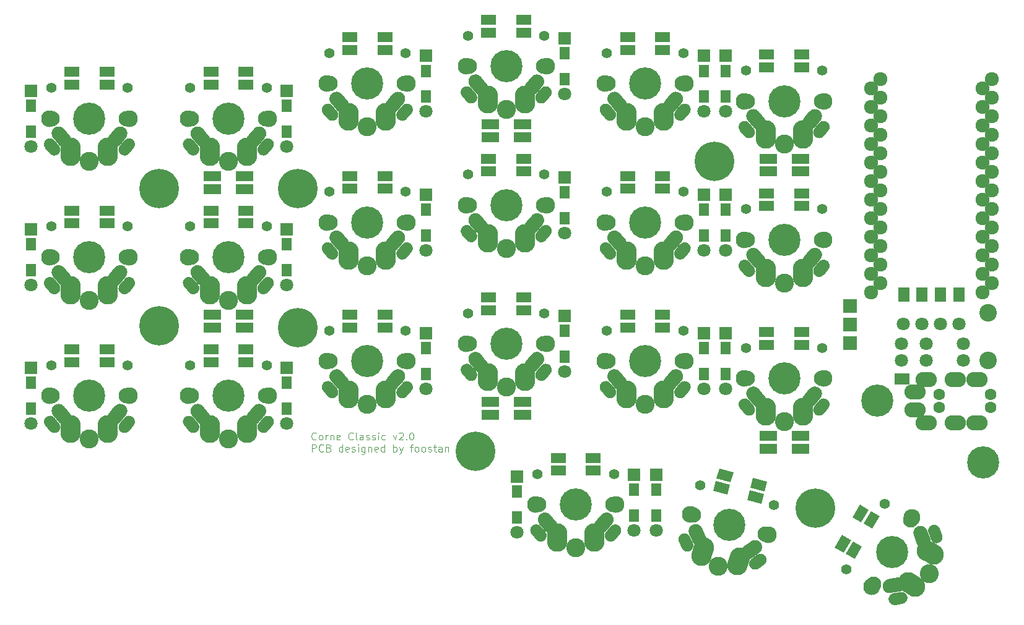
<source format=gbr>
G04 #@! TF.GenerationSoftware,KiCad,Pcbnew,(5.1.6)-1*
G04 #@! TF.CreationDate,2020-05-17T02:55:45+03:00*
G04 #@! TF.ProjectId,corne-classic,636f726e-652d-4636-9c61-737369632e6b,1.1*
G04 #@! TF.SameCoordinates,Original*
G04 #@! TF.FileFunction,Soldermask,Top*
G04 #@! TF.FilePolarity,Negative*
%FSLAX46Y46*%
G04 Gerber Fmt 4.6, Leading zero omitted, Abs format (unit mm)*
G04 Created by KiCad (PCBNEW (5.1.6)-1) date 2020-05-17 02:55:45*
%MOMM*%
%LPD*%
G01*
G04 APERTURE LIST*
%ADD10C,0.125000*%
%ADD11C,1.797000*%
%ADD12O,2.900000X2.100000*%
%ADD13C,1.600000*%
%ADD14R,1.035000X1.543000*%
%ADD15R,0.781000X0.781000*%
%ADD16R,2.400000X1.400000*%
%ADD17C,4.400000*%
%ADD18C,2.300000*%
%ADD19C,2.600000*%
%ADD20C,2.800000*%
%ADD21C,2.100000*%
%ADD22C,1.400000*%
%ADD23C,1.924000*%
%ADD24R,2.000000X1.400000*%
%ADD25C,0.100000*%
%ADD26R,1.350000X1.700000*%
%ADD27R,1.797000X1.797000*%
%ADD28R,1.543000X1.035000*%
%ADD29R,1.924000X1.924000*%
%ADD30C,5.400000*%
%ADD31C,2.400000*%
G04 APERTURE END LIST*
D10*
X100990773Y-121044642D02*
X100943154Y-121092261D01*
X100800297Y-121139880D01*
X100705059Y-121139880D01*
X100562202Y-121092261D01*
X100466964Y-120997023D01*
X100419345Y-120901785D01*
X100371726Y-120711309D01*
X100371726Y-120568452D01*
X100419345Y-120377976D01*
X100466964Y-120282738D01*
X100562202Y-120187500D01*
X100705059Y-120139880D01*
X100800297Y-120139880D01*
X100943154Y-120187500D01*
X100990773Y-120235119D01*
X101562202Y-121139880D02*
X101466964Y-121092261D01*
X101419345Y-121044642D01*
X101371726Y-120949404D01*
X101371726Y-120663690D01*
X101419345Y-120568452D01*
X101466964Y-120520833D01*
X101562202Y-120473214D01*
X101705059Y-120473214D01*
X101800297Y-120520833D01*
X101847916Y-120568452D01*
X101895535Y-120663690D01*
X101895535Y-120949404D01*
X101847916Y-121044642D01*
X101800297Y-121092261D01*
X101705059Y-121139880D01*
X101562202Y-121139880D01*
X102324107Y-121139880D02*
X102324107Y-120473214D01*
X102324107Y-120663690D02*
X102371726Y-120568452D01*
X102419345Y-120520833D01*
X102514583Y-120473214D01*
X102609821Y-120473214D01*
X102943154Y-120473214D02*
X102943154Y-121139880D01*
X102943154Y-120568452D02*
X102990773Y-120520833D01*
X103086011Y-120473214D01*
X103228869Y-120473214D01*
X103324107Y-120520833D01*
X103371726Y-120616071D01*
X103371726Y-121139880D01*
X104228869Y-121092261D02*
X104133630Y-121139880D01*
X103943154Y-121139880D01*
X103847916Y-121092261D01*
X103800297Y-120997023D01*
X103800297Y-120616071D01*
X103847916Y-120520833D01*
X103943154Y-120473214D01*
X104133630Y-120473214D01*
X104228869Y-120520833D01*
X104276488Y-120616071D01*
X104276488Y-120711309D01*
X103800297Y-120806547D01*
X106038392Y-121044642D02*
X105990773Y-121092261D01*
X105847916Y-121139880D01*
X105752678Y-121139880D01*
X105609821Y-121092261D01*
X105514583Y-120997023D01*
X105466964Y-120901785D01*
X105419345Y-120711309D01*
X105419345Y-120568452D01*
X105466964Y-120377976D01*
X105514583Y-120282738D01*
X105609821Y-120187500D01*
X105752678Y-120139880D01*
X105847916Y-120139880D01*
X105990773Y-120187500D01*
X106038392Y-120235119D01*
X106609821Y-121139880D02*
X106514583Y-121092261D01*
X106466964Y-120997023D01*
X106466964Y-120139880D01*
X107419345Y-121139880D02*
X107419345Y-120616071D01*
X107371726Y-120520833D01*
X107276488Y-120473214D01*
X107086011Y-120473214D01*
X106990773Y-120520833D01*
X107419345Y-121092261D02*
X107324107Y-121139880D01*
X107086011Y-121139880D01*
X106990773Y-121092261D01*
X106943154Y-120997023D01*
X106943154Y-120901785D01*
X106990773Y-120806547D01*
X107086011Y-120758928D01*
X107324107Y-120758928D01*
X107419345Y-120711309D01*
X107847916Y-121092261D02*
X107943154Y-121139880D01*
X108133630Y-121139880D01*
X108228869Y-121092261D01*
X108276488Y-120997023D01*
X108276488Y-120949404D01*
X108228869Y-120854166D01*
X108133630Y-120806547D01*
X107990773Y-120806547D01*
X107895535Y-120758928D01*
X107847916Y-120663690D01*
X107847916Y-120616071D01*
X107895535Y-120520833D01*
X107990773Y-120473214D01*
X108133630Y-120473214D01*
X108228869Y-120520833D01*
X108657440Y-121092261D02*
X108752678Y-121139880D01*
X108943154Y-121139880D01*
X109038392Y-121092261D01*
X109086011Y-120997023D01*
X109086011Y-120949404D01*
X109038392Y-120854166D01*
X108943154Y-120806547D01*
X108800297Y-120806547D01*
X108705059Y-120758928D01*
X108657440Y-120663690D01*
X108657440Y-120616071D01*
X108705059Y-120520833D01*
X108800297Y-120473214D01*
X108943154Y-120473214D01*
X109038392Y-120520833D01*
X109514583Y-121139880D02*
X109514583Y-120473214D01*
X109514583Y-120139880D02*
X109466964Y-120187500D01*
X109514583Y-120235119D01*
X109562202Y-120187500D01*
X109514583Y-120139880D01*
X109514583Y-120235119D01*
X110419345Y-121092261D02*
X110324107Y-121139880D01*
X110133630Y-121139880D01*
X110038392Y-121092261D01*
X109990773Y-121044642D01*
X109943154Y-120949404D01*
X109943154Y-120663690D01*
X109990773Y-120568452D01*
X110038392Y-120520833D01*
X110133630Y-120473214D01*
X110324107Y-120473214D01*
X110419345Y-120520833D01*
X111514583Y-120473214D02*
X111752678Y-121139880D01*
X111990773Y-120473214D01*
X112324107Y-120235119D02*
X112371726Y-120187500D01*
X112466964Y-120139880D01*
X112705059Y-120139880D01*
X112800297Y-120187500D01*
X112847916Y-120235119D01*
X112895535Y-120330357D01*
X112895535Y-120425595D01*
X112847916Y-120568452D01*
X112276488Y-121139880D01*
X112895535Y-121139880D01*
X113324107Y-121044642D02*
X113371726Y-121092261D01*
X113324107Y-121139880D01*
X113276488Y-121092261D01*
X113324107Y-121044642D01*
X113324107Y-121139880D01*
X113990773Y-120139880D02*
X114086011Y-120139880D01*
X114181250Y-120187500D01*
X114228869Y-120235119D01*
X114276488Y-120330357D01*
X114324107Y-120520833D01*
X114324107Y-120758928D01*
X114276488Y-120949404D01*
X114228869Y-121044642D01*
X114181250Y-121092261D01*
X114086011Y-121139880D01*
X113990773Y-121139880D01*
X113895535Y-121092261D01*
X113847916Y-121044642D01*
X113800297Y-120949404D01*
X113752678Y-120758928D01*
X113752678Y-120520833D01*
X113800297Y-120330357D01*
X113847916Y-120235119D01*
X113895535Y-120187500D01*
X113990773Y-120139880D01*
X100419345Y-122764880D02*
X100419345Y-121764880D01*
X100800297Y-121764880D01*
X100895535Y-121812500D01*
X100943154Y-121860119D01*
X100990773Y-121955357D01*
X100990773Y-122098214D01*
X100943154Y-122193452D01*
X100895535Y-122241071D01*
X100800297Y-122288690D01*
X100419345Y-122288690D01*
X101990773Y-122669642D02*
X101943154Y-122717261D01*
X101800297Y-122764880D01*
X101705059Y-122764880D01*
X101562202Y-122717261D01*
X101466964Y-122622023D01*
X101419345Y-122526785D01*
X101371726Y-122336309D01*
X101371726Y-122193452D01*
X101419345Y-122002976D01*
X101466964Y-121907738D01*
X101562202Y-121812500D01*
X101705059Y-121764880D01*
X101800297Y-121764880D01*
X101943154Y-121812500D01*
X101990773Y-121860119D01*
X102752678Y-122241071D02*
X102895535Y-122288690D01*
X102943154Y-122336309D01*
X102990773Y-122431547D01*
X102990773Y-122574404D01*
X102943154Y-122669642D01*
X102895535Y-122717261D01*
X102800297Y-122764880D01*
X102419345Y-122764880D01*
X102419345Y-121764880D01*
X102752678Y-121764880D01*
X102847916Y-121812500D01*
X102895535Y-121860119D01*
X102943154Y-121955357D01*
X102943154Y-122050595D01*
X102895535Y-122145833D01*
X102847916Y-122193452D01*
X102752678Y-122241071D01*
X102419345Y-122241071D01*
X104609821Y-122764880D02*
X104609821Y-121764880D01*
X104609821Y-122717261D02*
X104514583Y-122764880D01*
X104324107Y-122764880D01*
X104228869Y-122717261D01*
X104181250Y-122669642D01*
X104133630Y-122574404D01*
X104133630Y-122288690D01*
X104181250Y-122193452D01*
X104228869Y-122145833D01*
X104324107Y-122098214D01*
X104514583Y-122098214D01*
X104609821Y-122145833D01*
X105466964Y-122717261D02*
X105371726Y-122764880D01*
X105181250Y-122764880D01*
X105086011Y-122717261D01*
X105038392Y-122622023D01*
X105038392Y-122241071D01*
X105086011Y-122145833D01*
X105181250Y-122098214D01*
X105371726Y-122098214D01*
X105466964Y-122145833D01*
X105514583Y-122241071D01*
X105514583Y-122336309D01*
X105038392Y-122431547D01*
X105895535Y-122717261D02*
X105990773Y-122764880D01*
X106181250Y-122764880D01*
X106276488Y-122717261D01*
X106324107Y-122622023D01*
X106324107Y-122574404D01*
X106276488Y-122479166D01*
X106181250Y-122431547D01*
X106038392Y-122431547D01*
X105943154Y-122383928D01*
X105895535Y-122288690D01*
X105895535Y-122241071D01*
X105943154Y-122145833D01*
X106038392Y-122098214D01*
X106181250Y-122098214D01*
X106276488Y-122145833D01*
X106752678Y-122764880D02*
X106752678Y-122098214D01*
X106752678Y-121764880D02*
X106705059Y-121812500D01*
X106752678Y-121860119D01*
X106800297Y-121812500D01*
X106752678Y-121764880D01*
X106752678Y-121860119D01*
X107657440Y-122098214D02*
X107657440Y-122907738D01*
X107609821Y-123002976D01*
X107562202Y-123050595D01*
X107466964Y-123098214D01*
X107324107Y-123098214D01*
X107228869Y-123050595D01*
X107657440Y-122717261D02*
X107562202Y-122764880D01*
X107371726Y-122764880D01*
X107276488Y-122717261D01*
X107228869Y-122669642D01*
X107181250Y-122574404D01*
X107181250Y-122288690D01*
X107228869Y-122193452D01*
X107276488Y-122145833D01*
X107371726Y-122098214D01*
X107562202Y-122098214D01*
X107657440Y-122145833D01*
X108133630Y-122098214D02*
X108133630Y-122764880D01*
X108133630Y-122193452D02*
X108181250Y-122145833D01*
X108276488Y-122098214D01*
X108419345Y-122098214D01*
X108514583Y-122145833D01*
X108562202Y-122241071D01*
X108562202Y-122764880D01*
X109419345Y-122717261D02*
X109324107Y-122764880D01*
X109133630Y-122764880D01*
X109038392Y-122717261D01*
X108990773Y-122622023D01*
X108990773Y-122241071D01*
X109038392Y-122145833D01*
X109133630Y-122098214D01*
X109324107Y-122098214D01*
X109419345Y-122145833D01*
X109466964Y-122241071D01*
X109466964Y-122336309D01*
X108990773Y-122431547D01*
X110324107Y-122764880D02*
X110324107Y-121764880D01*
X110324107Y-122717261D02*
X110228869Y-122764880D01*
X110038392Y-122764880D01*
X109943154Y-122717261D01*
X109895535Y-122669642D01*
X109847916Y-122574404D01*
X109847916Y-122288690D01*
X109895535Y-122193452D01*
X109943154Y-122145833D01*
X110038392Y-122098214D01*
X110228869Y-122098214D01*
X110324107Y-122145833D01*
X111562202Y-122764880D02*
X111562202Y-121764880D01*
X111562202Y-122145833D02*
X111657440Y-122098214D01*
X111847916Y-122098214D01*
X111943154Y-122145833D01*
X111990773Y-122193452D01*
X112038392Y-122288690D01*
X112038392Y-122574404D01*
X111990773Y-122669642D01*
X111943154Y-122717261D01*
X111847916Y-122764880D01*
X111657440Y-122764880D01*
X111562202Y-122717261D01*
X112371726Y-122098214D02*
X112609821Y-122764880D01*
X112847916Y-122098214D02*
X112609821Y-122764880D01*
X112514583Y-123002976D01*
X112466964Y-123050595D01*
X112371726Y-123098214D01*
X113847916Y-122098214D02*
X114228869Y-122098214D01*
X113990773Y-122764880D02*
X113990773Y-121907738D01*
X114038392Y-121812500D01*
X114133630Y-121764880D01*
X114228869Y-121764880D01*
X114705059Y-122764880D02*
X114609821Y-122717261D01*
X114562202Y-122669642D01*
X114514583Y-122574404D01*
X114514583Y-122288690D01*
X114562202Y-122193452D01*
X114609821Y-122145833D01*
X114705059Y-122098214D01*
X114847916Y-122098214D01*
X114943154Y-122145833D01*
X114990773Y-122193452D01*
X115038392Y-122288690D01*
X115038392Y-122574404D01*
X114990773Y-122669642D01*
X114943154Y-122717261D01*
X114847916Y-122764880D01*
X114705059Y-122764880D01*
X115609821Y-122764880D02*
X115514583Y-122717261D01*
X115466964Y-122669642D01*
X115419345Y-122574404D01*
X115419345Y-122288690D01*
X115466964Y-122193452D01*
X115514583Y-122145833D01*
X115609821Y-122098214D01*
X115752678Y-122098214D01*
X115847916Y-122145833D01*
X115895535Y-122193452D01*
X115943154Y-122288690D01*
X115943154Y-122574404D01*
X115895535Y-122669642D01*
X115847916Y-122717261D01*
X115752678Y-122764880D01*
X115609821Y-122764880D01*
X116324107Y-122717261D02*
X116419345Y-122764880D01*
X116609821Y-122764880D01*
X116705059Y-122717261D01*
X116752678Y-122622023D01*
X116752678Y-122574404D01*
X116705059Y-122479166D01*
X116609821Y-122431547D01*
X116466964Y-122431547D01*
X116371726Y-122383928D01*
X116324107Y-122288690D01*
X116324107Y-122241071D01*
X116371726Y-122145833D01*
X116466964Y-122098214D01*
X116609821Y-122098214D01*
X116705059Y-122145833D01*
X117038392Y-122098214D02*
X117419345Y-122098214D01*
X117181250Y-121764880D02*
X117181250Y-122622023D01*
X117228869Y-122717261D01*
X117324107Y-122764880D01*
X117419345Y-122764880D01*
X118181250Y-122764880D02*
X118181250Y-122241071D01*
X118133630Y-122145833D01*
X118038392Y-122098214D01*
X117847916Y-122098214D01*
X117752678Y-122145833D01*
X118181250Y-122717261D02*
X118086011Y-122764880D01*
X117847916Y-122764880D01*
X117752678Y-122717261D01*
X117705059Y-122622023D01*
X117705059Y-122526785D01*
X117752678Y-122431547D01*
X117847916Y-122383928D01*
X118086011Y-122383928D01*
X118181250Y-122336309D01*
X118657440Y-122098214D02*
X118657440Y-122764880D01*
X118657440Y-122193452D02*
X118705059Y-122145833D01*
X118800297Y-122098214D01*
X118943154Y-122098214D01*
X119038392Y-122145833D01*
X119086011Y-122241071D01*
X119086011Y-122764880D01*
D11*
X188920000Y-105300000D03*
X186380000Y-105300000D03*
X183840000Y-105300000D03*
X181300000Y-105300000D03*
D12*
X182900000Y-114600000D03*
X184400000Y-118800000D03*
X188400000Y-118800000D03*
X191400000Y-118800000D03*
D13*
X186200000Y-116700000D03*
X193200000Y-116700000D03*
D12*
X188400000Y-112850000D03*
X191400000Y-112850000D03*
X182900000Y-117050000D03*
X184400000Y-112850000D03*
D13*
X193200000Y-114950000D03*
X186200000Y-114950000D03*
D14*
X180599620Y-112800000D03*
X181600380Y-112800000D03*
D15*
X181100000Y-112800000D03*
D16*
X162800000Y-122375000D03*
X162800000Y-120625000D03*
X167200000Y-122375000D03*
X167200000Y-120625000D03*
X167200000Y-82625000D03*
X167200000Y-84375000D03*
X162800000Y-82625000D03*
X162800000Y-84375000D03*
X129200000Y-77925000D03*
X129200000Y-79675000D03*
X124800000Y-77925000D03*
X124800000Y-79675000D03*
X91200000Y-85025000D03*
X91200000Y-86775000D03*
X86800000Y-85025000D03*
X86800000Y-86775000D03*
X86800000Y-105775000D03*
X86800000Y-104025000D03*
X91200000Y-105775000D03*
X91200000Y-104025000D03*
X124800000Y-117675000D03*
X124800000Y-115925000D03*
X129200000Y-117675000D03*
X129200000Y-115925000D03*
G36*
G01*
X181857749Y-142640987D02*
X181857749Y-142640987D01*
G75*
G02*
X181188543Y-143596713I-812466J-143260D01*
G01*
X180252975Y-143761679D01*
G75*
G02*
X179297249Y-143092473I-143260J812466D01*
G01*
X179297249Y-143092473D01*
G75*
G02*
X179966455Y-142136747I812466J143260D01*
G01*
X180902023Y-141971781D01*
G75*
G02*
X181857749Y-142640987I143260J-812466D01*
G01*
G37*
D17*
X179750000Y-136500000D03*
D18*
X182500000Y-131736860D03*
X177000000Y-141263140D03*
G36*
G01*
X185232873Y-132811670D02*
X185232872Y-132811670D01*
G75*
G02*
X186290285Y-133304749I282167J-775246D01*
G01*
X186615205Y-134197457D01*
G75*
G02*
X186122126Y-135254870I-775246J-282167D01*
G01*
X186122126Y-135254870D01*
G75*
G02*
X185064713Y-134761791I-282167J775246D01*
G01*
X184739793Y-133869083D01*
G75*
G02*
X185232872Y-132811670I775246J282167D01*
G01*
G37*
D19*
X184859550Y-139450000D03*
D20*
X182879409Y-141239705D03*
G36*
G01*
X183307473Y-132966935D02*
X183307472Y-132966935D01*
G75*
G02*
X184557142Y-133549665I333470J-916200D01*
G01*
X184984668Y-134724281D01*
G75*
G02*
X184401938Y-135973951I-916200J-333470D01*
G01*
X184401938Y-135973951D01*
G75*
G02*
X183152268Y-135391221I-333470J916200D01*
G01*
X182724742Y-134216605D01*
G75*
G02*
X183307472Y-132966935I916200J333470D01*
G01*
G37*
X185419409Y-136840295D03*
G36*
G01*
X181620397Y-140791720D02*
X181620398Y-140791720D01*
G75*
G02*
X180829517Y-141921215I-960188J-169307D01*
G01*
X179598507Y-142138275D01*
G75*
G02*
X178469012Y-141347394I-169307J960188D01*
G01*
X178469012Y-141347394D01*
G75*
G02*
X179259893Y-140217899I960188J169307D01*
G01*
X180490903Y-140000839D01*
G75*
G02*
X181620398Y-140791720I169307J-960188D01*
G01*
G37*
X182377114Y-140949705D03*
X181944102Y-140699705D03*
X184484102Y-136300295D03*
X184917113Y-136550295D03*
D21*
X177210000Y-140899409D03*
X182290000Y-132100591D03*
D22*
X173502693Y-138920653D03*
X178722693Y-129879347D03*
D23*
X192100000Y-73042000D03*
X192100000Y-75582000D03*
X192100000Y-78122000D03*
X192100000Y-80662000D03*
X192100000Y-83202000D03*
X192100000Y-85742000D03*
X192100000Y-88282000D03*
X192100000Y-90822000D03*
X192100000Y-93362000D03*
X192100000Y-95902000D03*
X192100000Y-98442000D03*
X192100000Y-100982000D03*
X176860000Y-100982000D03*
X176860000Y-98442000D03*
X176860000Y-95902000D03*
X176860000Y-93362000D03*
X176860000Y-90822000D03*
X176860000Y-88282000D03*
X176860000Y-85742000D03*
X176860000Y-83202000D03*
X176860000Y-80662000D03*
X176860000Y-78122000D03*
X176860000Y-75582000D03*
X176860000Y-73042000D03*
X193406400Y-71772000D03*
X193406400Y-74312000D03*
X193406400Y-76852000D03*
X193406400Y-79392000D03*
X193406400Y-81932000D03*
X193406400Y-84472000D03*
X193406400Y-87012000D03*
X193406400Y-89552000D03*
X193406400Y-92092000D03*
X193406400Y-94632000D03*
X193406400Y-97172000D03*
X193406400Y-99712000D03*
X178186400Y-99712000D03*
X178186400Y-97172000D03*
X178186400Y-94632000D03*
X178186400Y-92092000D03*
X178186400Y-89552000D03*
X178186400Y-87012000D03*
X178186400Y-84472000D03*
X178186400Y-81932000D03*
X178186400Y-79392000D03*
X178186400Y-76852000D03*
X178186400Y-74312000D03*
X178186400Y-71772000D03*
D24*
X67600000Y-70750000D03*
X67600000Y-72500000D03*
X72400000Y-70750000D03*
X72400000Y-72500000D03*
X86600000Y-70750000D03*
X86600000Y-72500000D03*
X91400000Y-70750000D03*
X91400000Y-72500000D03*
X105600000Y-66000000D03*
X105600000Y-67750000D03*
X110400000Y-66000000D03*
X110400000Y-67750000D03*
X124600000Y-63625000D03*
X124600000Y-65375000D03*
X129400000Y-63625000D03*
X129400000Y-65375000D03*
X143600000Y-66000000D03*
X143600000Y-67750000D03*
X148400000Y-66000000D03*
X148400000Y-67750000D03*
X162600000Y-68375000D03*
X162600000Y-70125000D03*
X167400000Y-68375000D03*
X167400000Y-70125000D03*
X67600000Y-89750000D03*
X67600000Y-91500000D03*
X72400000Y-89750000D03*
X72400000Y-91500000D03*
X86600000Y-89750000D03*
X86600000Y-91500000D03*
X91400000Y-89750000D03*
X91400000Y-91500000D03*
X105600000Y-85000000D03*
X105600000Y-86750000D03*
X110400000Y-85000000D03*
X110400000Y-86750000D03*
X124600000Y-82625000D03*
X124600000Y-84375000D03*
X129400000Y-82625000D03*
X129400000Y-84375000D03*
X143600000Y-85000000D03*
X143600000Y-86750000D03*
X148400000Y-85000000D03*
X148400000Y-86750000D03*
X162600000Y-87375000D03*
X162600000Y-89125000D03*
X167400000Y-87375000D03*
X167400000Y-89125000D03*
X67600000Y-108750000D03*
X67600000Y-110500000D03*
X72400000Y-108750000D03*
X72400000Y-110500000D03*
X86600000Y-108750000D03*
X86600000Y-110500000D03*
X91400000Y-108750000D03*
X91400000Y-110500000D03*
X105600000Y-104000000D03*
X105600000Y-105750000D03*
X110400000Y-104000000D03*
X110400000Y-105750000D03*
X124600000Y-101625000D03*
X124600000Y-103375000D03*
X129400000Y-101625000D03*
X129400000Y-103375000D03*
X143600000Y-104000000D03*
X143600000Y-105750000D03*
X148400000Y-104000000D03*
X148400000Y-105750000D03*
X162600000Y-106375000D03*
X162600000Y-108125000D03*
X167400000Y-106375000D03*
X167400000Y-108125000D03*
X134100000Y-123625000D03*
X134100000Y-125375000D03*
X138900000Y-123625000D03*
X138900000Y-125375000D03*
D25*
G36*
X155761146Y-126450978D02*
G01*
X156123493Y-125098682D01*
X158055344Y-125616320D01*
X157692997Y-126968616D01*
X155761146Y-126450978D01*
G37*
G36*
X155308212Y-128141348D02*
G01*
X155670559Y-126789052D01*
X157602410Y-127306690D01*
X157240063Y-128658986D01*
X155308212Y-128141348D01*
G37*
G36*
X160397590Y-127693310D02*
G01*
X160759937Y-126341014D01*
X162691788Y-126858652D01*
X162329441Y-128210948D01*
X160397590Y-127693310D01*
G37*
G36*
X159944656Y-129383680D02*
G01*
X160307003Y-128031384D01*
X162238854Y-128549022D01*
X161876507Y-129901318D01*
X159944656Y-129383680D01*
G37*
G36*
X176851554Y-130893014D02*
G01*
X178063990Y-131593014D01*
X177063990Y-133325064D01*
X175851554Y-132625064D01*
X176851554Y-130893014D01*
G37*
G36*
X175336010Y-130018014D02*
G01*
X176548446Y-130718014D01*
X175548446Y-132450064D01*
X174336010Y-131750064D01*
X175336010Y-130018014D01*
G37*
G36*
X174451554Y-135049936D02*
G01*
X175663990Y-135749936D01*
X174663990Y-137481986D01*
X173451554Y-136781986D01*
X174451554Y-135049936D01*
G37*
G36*
X172936010Y-134174936D02*
G01*
X174148446Y-134874936D01*
X173148446Y-136606986D01*
X171936010Y-135906986D01*
X172936010Y-134174936D01*
G37*
D26*
X62000000Y-78900000D03*
D11*
X62000000Y-80935000D03*
D27*
X62000000Y-73315000D03*
D26*
X62000000Y-75350000D03*
X97000000Y-78900000D03*
D11*
X97000000Y-80935000D03*
D27*
X97000000Y-73315000D03*
D26*
X97000000Y-75350000D03*
X116000000Y-74150000D03*
D11*
X116000000Y-76185000D03*
D27*
X116000000Y-68565000D03*
D26*
X116000000Y-70600000D03*
X135000000Y-71775000D03*
D11*
X135000000Y-73810000D03*
D27*
X135000000Y-66190000D03*
D26*
X135000000Y-68225000D03*
X154000000Y-74150000D03*
D11*
X154000000Y-76185000D03*
D27*
X154000000Y-68565000D03*
D26*
X154000000Y-70600000D03*
X157000000Y-74150000D03*
D11*
X157000000Y-76185000D03*
D27*
X157000000Y-68565000D03*
D26*
X157000000Y-70600000D03*
X62000000Y-97900000D03*
D11*
X62000000Y-99935000D03*
D27*
X62000000Y-92315000D03*
D26*
X62000000Y-94350000D03*
X97000000Y-97900000D03*
D11*
X97000000Y-99935000D03*
D27*
X97000000Y-92315000D03*
D26*
X97000000Y-94350000D03*
X116000000Y-93150000D03*
D11*
X116000000Y-95185000D03*
D27*
X116000000Y-87565000D03*
D26*
X116000000Y-89600000D03*
X135000000Y-90775000D03*
D11*
X135000000Y-92810000D03*
D27*
X135000000Y-85190000D03*
D26*
X135000000Y-87225000D03*
X154000000Y-93150000D03*
D11*
X154000000Y-95185000D03*
D27*
X154000000Y-87565000D03*
D26*
X154000000Y-89600000D03*
X157000000Y-93150000D03*
D11*
X157000000Y-95185000D03*
D27*
X157000000Y-87565000D03*
D26*
X157000000Y-89600000D03*
X62000000Y-116900000D03*
D11*
X62000000Y-118935000D03*
D27*
X62000000Y-111315000D03*
D26*
X62000000Y-113350000D03*
X97000000Y-116900000D03*
D11*
X97000000Y-118935000D03*
D27*
X97000000Y-111315000D03*
D26*
X97000000Y-113350000D03*
X116000000Y-112150000D03*
D11*
X116000000Y-114185000D03*
D27*
X116000000Y-106565000D03*
D26*
X116000000Y-108600000D03*
X135000000Y-109775000D03*
D11*
X135000000Y-111810000D03*
D27*
X135000000Y-104190000D03*
D26*
X135000000Y-106225000D03*
X157000000Y-112150000D03*
D11*
X157000000Y-114185000D03*
D27*
X157000000Y-106565000D03*
D26*
X157000000Y-108600000D03*
X128500000Y-131775000D03*
D11*
X128500000Y-133810000D03*
D27*
X128500000Y-126190000D03*
D26*
X128500000Y-128225000D03*
X144500000Y-131525000D03*
D11*
X144500000Y-133560000D03*
D27*
X144500000Y-125940000D03*
D26*
X144500000Y-127975000D03*
X147500000Y-131525000D03*
D11*
X147500000Y-133560000D03*
D27*
X147500000Y-125940000D03*
D26*
X147500000Y-127975000D03*
X154000000Y-112150000D03*
D11*
X154000000Y-114185000D03*
D27*
X154000000Y-106565000D03*
D26*
X154000000Y-108600000D03*
D22*
X75220000Y-72925000D03*
X64780000Y-72925000D03*
D21*
X75080000Y-77125000D03*
X64920000Y-77125000D03*
D20*
X72540000Y-81625000D03*
X72540000Y-81125000D03*
X67460000Y-81125000D03*
X67460000Y-81625000D03*
G36*
G01*
X67218460Y-80890671D02*
X67218460Y-80890671D01*
G75*
G02*
X65844849Y-80770496I-626718J746893D01*
G01*
X65041365Y-79812940D01*
G75*
G02*
X65161540Y-78439329I746893J626718D01*
G01*
X65161540Y-78439329D01*
G75*
G02*
X66535151Y-78559504I626718J-746893D01*
G01*
X67338635Y-79517060D01*
G75*
G02*
X67218460Y-80890671I-746893J-626718D01*
G01*
G37*
X72540000Y-82205000D03*
G36*
G01*
X74838460Y-78439329D02*
X74838460Y-78439329D01*
G75*
G02*
X74958635Y-79812940I-626718J-746893D01*
G01*
X74155151Y-80770496D01*
G75*
G02*
X72781540Y-80890671I-746893J626718D01*
G01*
X72781540Y-80890671D01*
G75*
G02*
X72661365Y-79517060I626718J746893D01*
G01*
X73464849Y-78559504D01*
G75*
G02*
X74838460Y-78439329I746893J-626718D01*
G01*
G37*
X67460000Y-82205000D03*
D19*
X70000000Y-83025000D03*
G36*
G01*
X75935624Y-80029142D02*
X75935624Y-80029142D01*
G75*
G02*
X76037311Y-81191429I-530300J-631987D01*
G01*
X75426663Y-81919171D01*
G75*
G02*
X74264376Y-82020858I-631987J530300D01*
G01*
X74264376Y-82020858D01*
G75*
G02*
X74162689Y-80858571I530300J631987D01*
G01*
X74773337Y-80130829D01*
G75*
G02*
X75935624Y-80029142I631987J-530300D01*
G01*
G37*
D18*
X64500000Y-77125000D03*
X75500000Y-77125000D03*
D17*
X70000000Y-77125000D03*
G36*
G01*
X65735624Y-82020858D02*
X65735624Y-82020858D01*
G75*
G02*
X64573337Y-81919171I-530300J631987D01*
G01*
X63962689Y-81191429D01*
G75*
G02*
X64064376Y-80029142I631987J530300D01*
G01*
X64064376Y-80029142D01*
G75*
G02*
X65226663Y-80130829I530300J-631987D01*
G01*
X65837311Y-80858571D01*
G75*
G02*
X65735624Y-82020858I-631987J-530300D01*
G01*
G37*
D22*
X94220000Y-72925000D03*
X83780000Y-72925000D03*
D21*
X94080000Y-77125000D03*
X83920000Y-77125000D03*
D20*
X91540000Y-81625000D03*
X91540000Y-81125000D03*
X86460000Y-81125000D03*
X86460000Y-81625000D03*
G36*
G01*
X86218460Y-80890671D02*
X86218460Y-80890671D01*
G75*
G02*
X84844849Y-80770496I-626718J746893D01*
G01*
X84041365Y-79812940D01*
G75*
G02*
X84161540Y-78439329I746893J626718D01*
G01*
X84161540Y-78439329D01*
G75*
G02*
X85535151Y-78559504I626718J-746893D01*
G01*
X86338635Y-79517060D01*
G75*
G02*
X86218460Y-80890671I-746893J-626718D01*
G01*
G37*
X91540000Y-82205000D03*
G36*
G01*
X93838460Y-78439329D02*
X93838460Y-78439329D01*
G75*
G02*
X93958635Y-79812940I-626718J-746893D01*
G01*
X93155151Y-80770496D01*
G75*
G02*
X91781540Y-80890671I-746893J626718D01*
G01*
X91781540Y-80890671D01*
G75*
G02*
X91661365Y-79517060I626718J746893D01*
G01*
X92464849Y-78559504D01*
G75*
G02*
X93838460Y-78439329I746893J-626718D01*
G01*
G37*
X86460000Y-82205000D03*
D19*
X89000000Y-83025000D03*
G36*
G01*
X94935624Y-80029142D02*
X94935624Y-80029142D01*
G75*
G02*
X95037311Y-81191429I-530300J-631987D01*
G01*
X94426663Y-81919171D01*
G75*
G02*
X93264376Y-82020858I-631987J530300D01*
G01*
X93264376Y-82020858D01*
G75*
G02*
X93162689Y-80858571I530300J631987D01*
G01*
X93773337Y-80130829D01*
G75*
G02*
X94935624Y-80029142I631987J-530300D01*
G01*
G37*
D18*
X83500000Y-77125000D03*
X94500000Y-77125000D03*
D17*
X89000000Y-77125000D03*
G36*
G01*
X84735624Y-82020858D02*
X84735624Y-82020858D01*
G75*
G02*
X83573337Y-81919171I-530300J631987D01*
G01*
X82962689Y-81191429D01*
G75*
G02*
X83064376Y-80029142I631987J530300D01*
G01*
X83064376Y-80029142D01*
G75*
G02*
X84226663Y-80130829I530300J-631987D01*
G01*
X84837311Y-80858571D01*
G75*
G02*
X84735624Y-82020858I-631987J-530300D01*
G01*
G37*
D22*
X113220000Y-68175000D03*
X102780000Y-68175000D03*
D21*
X113080000Y-72375000D03*
X102920000Y-72375000D03*
D20*
X110540000Y-76875000D03*
X110540000Y-76375000D03*
X105460000Y-76375000D03*
X105460000Y-76875000D03*
G36*
G01*
X105218460Y-76140671D02*
X105218460Y-76140671D01*
G75*
G02*
X103844849Y-76020496I-626718J746893D01*
G01*
X103041365Y-75062940D01*
G75*
G02*
X103161540Y-73689329I746893J626718D01*
G01*
X103161540Y-73689329D01*
G75*
G02*
X104535151Y-73809504I626718J-746893D01*
G01*
X105338635Y-74767060D01*
G75*
G02*
X105218460Y-76140671I-746893J-626718D01*
G01*
G37*
X110540000Y-77455000D03*
G36*
G01*
X112838460Y-73689329D02*
X112838460Y-73689329D01*
G75*
G02*
X112958635Y-75062940I-626718J-746893D01*
G01*
X112155151Y-76020496D01*
G75*
G02*
X110781540Y-76140671I-746893J626718D01*
G01*
X110781540Y-76140671D01*
G75*
G02*
X110661365Y-74767060I626718J746893D01*
G01*
X111464849Y-73809504D01*
G75*
G02*
X112838460Y-73689329I746893J-626718D01*
G01*
G37*
X105460000Y-77455000D03*
D19*
X108000000Y-78275000D03*
G36*
G01*
X113935624Y-75279142D02*
X113935624Y-75279142D01*
G75*
G02*
X114037311Y-76441429I-530300J-631987D01*
G01*
X113426663Y-77169171D01*
G75*
G02*
X112264376Y-77270858I-631987J530300D01*
G01*
X112264376Y-77270858D01*
G75*
G02*
X112162689Y-76108571I530300J631987D01*
G01*
X112773337Y-75380829D01*
G75*
G02*
X113935624Y-75279142I631987J-530300D01*
G01*
G37*
D18*
X102500000Y-72375000D03*
X113500000Y-72375000D03*
D17*
X108000000Y-72375000D03*
G36*
G01*
X103735624Y-77270858D02*
X103735624Y-77270858D01*
G75*
G02*
X102573337Y-77169171I-530300J631987D01*
G01*
X101962689Y-76441429D01*
G75*
G02*
X102064376Y-75279142I631987J530300D01*
G01*
X102064376Y-75279142D01*
G75*
G02*
X103226663Y-75380829I530300J-631987D01*
G01*
X103837311Y-76108571D01*
G75*
G02*
X103735624Y-77270858I-631987J-530300D01*
G01*
G37*
D22*
X132220000Y-65800000D03*
X121780000Y-65800000D03*
D21*
X132080000Y-70000000D03*
X121920000Y-70000000D03*
D20*
X129540000Y-74500000D03*
X129540000Y-74000000D03*
X124460000Y-74000000D03*
X124460000Y-74500000D03*
G36*
G01*
X124218460Y-73765671D02*
X124218460Y-73765671D01*
G75*
G02*
X122844849Y-73645496I-626718J746893D01*
G01*
X122041365Y-72687940D01*
G75*
G02*
X122161540Y-71314329I746893J626718D01*
G01*
X122161540Y-71314329D01*
G75*
G02*
X123535151Y-71434504I626718J-746893D01*
G01*
X124338635Y-72392060D01*
G75*
G02*
X124218460Y-73765671I-746893J-626718D01*
G01*
G37*
X129540000Y-75080000D03*
G36*
G01*
X131838460Y-71314329D02*
X131838460Y-71314329D01*
G75*
G02*
X131958635Y-72687940I-626718J-746893D01*
G01*
X131155151Y-73645496D01*
G75*
G02*
X129781540Y-73765671I-746893J626718D01*
G01*
X129781540Y-73765671D01*
G75*
G02*
X129661365Y-72392060I626718J746893D01*
G01*
X130464849Y-71434504D01*
G75*
G02*
X131838460Y-71314329I746893J-626718D01*
G01*
G37*
X124460000Y-75080000D03*
D19*
X127000000Y-75900000D03*
G36*
G01*
X132935624Y-72904142D02*
X132935624Y-72904142D01*
G75*
G02*
X133037311Y-74066429I-530300J-631987D01*
G01*
X132426663Y-74794171D01*
G75*
G02*
X131264376Y-74895858I-631987J530300D01*
G01*
X131264376Y-74895858D01*
G75*
G02*
X131162689Y-73733571I530300J631987D01*
G01*
X131773337Y-73005829D01*
G75*
G02*
X132935624Y-72904142I631987J-530300D01*
G01*
G37*
D18*
X121500000Y-70000000D03*
X132500000Y-70000000D03*
D17*
X127000000Y-70000000D03*
G36*
G01*
X122735624Y-74895858D02*
X122735624Y-74895858D01*
G75*
G02*
X121573337Y-74794171I-530300J631987D01*
G01*
X120962689Y-74066429D01*
G75*
G02*
X121064376Y-72904142I631987J530300D01*
G01*
X121064376Y-72904142D01*
G75*
G02*
X122226663Y-73005829I530300J-631987D01*
G01*
X122837311Y-73733571D01*
G75*
G02*
X122735624Y-74895858I-631987J-530300D01*
G01*
G37*
D22*
X151220000Y-68175000D03*
X140780000Y-68175000D03*
D21*
X151080000Y-72375000D03*
X140920000Y-72375000D03*
D20*
X148540000Y-76875000D03*
X148540000Y-76375000D03*
X143460000Y-76375000D03*
X143460000Y-76875000D03*
G36*
G01*
X143218460Y-76140671D02*
X143218460Y-76140671D01*
G75*
G02*
X141844849Y-76020496I-626718J746893D01*
G01*
X141041365Y-75062940D01*
G75*
G02*
X141161540Y-73689329I746893J626718D01*
G01*
X141161540Y-73689329D01*
G75*
G02*
X142535151Y-73809504I626718J-746893D01*
G01*
X143338635Y-74767060D01*
G75*
G02*
X143218460Y-76140671I-746893J-626718D01*
G01*
G37*
X148540000Y-77455000D03*
G36*
G01*
X150838460Y-73689329D02*
X150838460Y-73689329D01*
G75*
G02*
X150958635Y-75062940I-626718J-746893D01*
G01*
X150155151Y-76020496D01*
G75*
G02*
X148781540Y-76140671I-746893J626718D01*
G01*
X148781540Y-76140671D01*
G75*
G02*
X148661365Y-74767060I626718J746893D01*
G01*
X149464849Y-73809504D01*
G75*
G02*
X150838460Y-73689329I746893J-626718D01*
G01*
G37*
X143460000Y-77455000D03*
D19*
X146000000Y-78275000D03*
G36*
G01*
X151935624Y-75279142D02*
X151935624Y-75279142D01*
G75*
G02*
X152037311Y-76441429I-530300J-631987D01*
G01*
X151426663Y-77169171D01*
G75*
G02*
X150264376Y-77270858I-631987J530300D01*
G01*
X150264376Y-77270858D01*
G75*
G02*
X150162689Y-76108571I530300J631987D01*
G01*
X150773337Y-75380829D01*
G75*
G02*
X151935624Y-75279142I631987J-530300D01*
G01*
G37*
D18*
X140500000Y-72375000D03*
X151500000Y-72375000D03*
D17*
X146000000Y-72375000D03*
G36*
G01*
X141735624Y-77270858D02*
X141735624Y-77270858D01*
G75*
G02*
X140573337Y-77169171I-530300J631987D01*
G01*
X139962689Y-76441429D01*
G75*
G02*
X140064376Y-75279142I631987J530300D01*
G01*
X140064376Y-75279142D01*
G75*
G02*
X141226663Y-75380829I530300J-631987D01*
G01*
X141837311Y-76108571D01*
G75*
G02*
X141735624Y-77270858I-631987J-530300D01*
G01*
G37*
D22*
X170220000Y-70550000D03*
X159780000Y-70550000D03*
D21*
X170080000Y-74750000D03*
X159920000Y-74750000D03*
D20*
X167540000Y-79250000D03*
X167540000Y-78750000D03*
X162460000Y-78750000D03*
X162460000Y-79250000D03*
G36*
G01*
X162218460Y-78515671D02*
X162218460Y-78515671D01*
G75*
G02*
X160844849Y-78395496I-626718J746893D01*
G01*
X160041365Y-77437940D01*
G75*
G02*
X160161540Y-76064329I746893J626718D01*
G01*
X160161540Y-76064329D01*
G75*
G02*
X161535151Y-76184504I626718J-746893D01*
G01*
X162338635Y-77142060D01*
G75*
G02*
X162218460Y-78515671I-746893J-626718D01*
G01*
G37*
X167540000Y-79830000D03*
G36*
G01*
X169838460Y-76064329D02*
X169838460Y-76064329D01*
G75*
G02*
X169958635Y-77437940I-626718J-746893D01*
G01*
X169155151Y-78395496D01*
G75*
G02*
X167781540Y-78515671I-746893J626718D01*
G01*
X167781540Y-78515671D01*
G75*
G02*
X167661365Y-77142060I626718J746893D01*
G01*
X168464849Y-76184504D01*
G75*
G02*
X169838460Y-76064329I746893J-626718D01*
G01*
G37*
X162460000Y-79830000D03*
D19*
X165000000Y-80650000D03*
G36*
G01*
X170935624Y-77654142D02*
X170935624Y-77654142D01*
G75*
G02*
X171037311Y-78816429I-530300J-631987D01*
G01*
X170426663Y-79544171D01*
G75*
G02*
X169264376Y-79645858I-631987J530300D01*
G01*
X169264376Y-79645858D01*
G75*
G02*
X169162689Y-78483571I530300J631987D01*
G01*
X169773337Y-77755829D01*
G75*
G02*
X170935624Y-77654142I631987J-530300D01*
G01*
G37*
D18*
X159500000Y-74750000D03*
X170500000Y-74750000D03*
D17*
X165000000Y-74750000D03*
G36*
G01*
X160735624Y-79645858D02*
X160735624Y-79645858D01*
G75*
G02*
X159573337Y-79544171I-530300J631987D01*
G01*
X158962689Y-78816429D01*
G75*
G02*
X159064376Y-77654142I631987J530300D01*
G01*
X159064376Y-77654142D01*
G75*
G02*
X160226663Y-77755829I530300J-631987D01*
G01*
X160837311Y-78483571D01*
G75*
G02*
X160735624Y-79645858I-631987J-530300D01*
G01*
G37*
D22*
X75220000Y-91925000D03*
X64780000Y-91925000D03*
D21*
X75080000Y-96125000D03*
X64920000Y-96125000D03*
D20*
X72540000Y-100625000D03*
X72540000Y-100125000D03*
X67460000Y-100125000D03*
X67460000Y-100625000D03*
G36*
G01*
X67218460Y-99890671D02*
X67218460Y-99890671D01*
G75*
G02*
X65844849Y-99770496I-626718J746893D01*
G01*
X65041365Y-98812940D01*
G75*
G02*
X65161540Y-97439329I746893J626718D01*
G01*
X65161540Y-97439329D01*
G75*
G02*
X66535151Y-97559504I626718J-746893D01*
G01*
X67338635Y-98517060D01*
G75*
G02*
X67218460Y-99890671I-746893J-626718D01*
G01*
G37*
X72540000Y-101205000D03*
G36*
G01*
X74838460Y-97439329D02*
X74838460Y-97439329D01*
G75*
G02*
X74958635Y-98812940I-626718J-746893D01*
G01*
X74155151Y-99770496D01*
G75*
G02*
X72781540Y-99890671I-746893J626718D01*
G01*
X72781540Y-99890671D01*
G75*
G02*
X72661365Y-98517060I626718J746893D01*
G01*
X73464849Y-97559504D01*
G75*
G02*
X74838460Y-97439329I746893J-626718D01*
G01*
G37*
X67460000Y-101205000D03*
D19*
X70000000Y-102025000D03*
G36*
G01*
X75935624Y-99029142D02*
X75935624Y-99029142D01*
G75*
G02*
X76037311Y-100191429I-530300J-631987D01*
G01*
X75426663Y-100919171D01*
G75*
G02*
X74264376Y-101020858I-631987J530300D01*
G01*
X74264376Y-101020858D01*
G75*
G02*
X74162689Y-99858571I530300J631987D01*
G01*
X74773337Y-99130829D01*
G75*
G02*
X75935624Y-99029142I631987J-530300D01*
G01*
G37*
D18*
X64500000Y-96125000D03*
X75500000Y-96125000D03*
D17*
X70000000Y-96125000D03*
G36*
G01*
X65735624Y-101020858D02*
X65735624Y-101020858D01*
G75*
G02*
X64573337Y-100919171I-530300J631987D01*
G01*
X63962689Y-100191429D01*
G75*
G02*
X64064376Y-99029142I631987J530300D01*
G01*
X64064376Y-99029142D01*
G75*
G02*
X65226663Y-99130829I530300J-631987D01*
G01*
X65837311Y-99858571D01*
G75*
G02*
X65735624Y-101020858I-631987J-530300D01*
G01*
G37*
D22*
X94220000Y-91925000D03*
X83780000Y-91925000D03*
D21*
X94080000Y-96125000D03*
X83920000Y-96125000D03*
D20*
X91540000Y-100625000D03*
X91540000Y-100125000D03*
X86460000Y-100125000D03*
X86460000Y-100625000D03*
G36*
G01*
X86218460Y-99890671D02*
X86218460Y-99890671D01*
G75*
G02*
X84844849Y-99770496I-626718J746893D01*
G01*
X84041365Y-98812940D01*
G75*
G02*
X84161540Y-97439329I746893J626718D01*
G01*
X84161540Y-97439329D01*
G75*
G02*
X85535151Y-97559504I626718J-746893D01*
G01*
X86338635Y-98517060D01*
G75*
G02*
X86218460Y-99890671I-746893J-626718D01*
G01*
G37*
X91540000Y-101205000D03*
G36*
G01*
X93838460Y-97439329D02*
X93838460Y-97439329D01*
G75*
G02*
X93958635Y-98812940I-626718J-746893D01*
G01*
X93155151Y-99770496D01*
G75*
G02*
X91781540Y-99890671I-746893J626718D01*
G01*
X91781540Y-99890671D01*
G75*
G02*
X91661365Y-98517060I626718J746893D01*
G01*
X92464849Y-97559504D01*
G75*
G02*
X93838460Y-97439329I746893J-626718D01*
G01*
G37*
X86460000Y-101205000D03*
D19*
X89000000Y-102025000D03*
G36*
G01*
X94935624Y-99029142D02*
X94935624Y-99029142D01*
G75*
G02*
X95037311Y-100191429I-530300J-631987D01*
G01*
X94426663Y-100919171D01*
G75*
G02*
X93264376Y-101020858I-631987J530300D01*
G01*
X93264376Y-101020858D01*
G75*
G02*
X93162689Y-99858571I530300J631987D01*
G01*
X93773337Y-99130829D01*
G75*
G02*
X94935624Y-99029142I631987J-530300D01*
G01*
G37*
D18*
X83500000Y-96125000D03*
X94500000Y-96125000D03*
D17*
X89000000Y-96125000D03*
G36*
G01*
X84735624Y-101020858D02*
X84735624Y-101020858D01*
G75*
G02*
X83573337Y-100919171I-530300J631987D01*
G01*
X82962689Y-100191429D01*
G75*
G02*
X83064376Y-99029142I631987J530300D01*
G01*
X83064376Y-99029142D01*
G75*
G02*
X84226663Y-99130829I530300J-631987D01*
G01*
X84837311Y-99858571D01*
G75*
G02*
X84735624Y-101020858I-631987J-530300D01*
G01*
G37*
D22*
X113220000Y-87175000D03*
X102780000Y-87175000D03*
D21*
X113080000Y-91375000D03*
X102920000Y-91375000D03*
D20*
X110540000Y-95875000D03*
X110540000Y-95375000D03*
X105460000Y-95375000D03*
X105460000Y-95875000D03*
G36*
G01*
X105218460Y-95140671D02*
X105218460Y-95140671D01*
G75*
G02*
X103844849Y-95020496I-626718J746893D01*
G01*
X103041365Y-94062940D01*
G75*
G02*
X103161540Y-92689329I746893J626718D01*
G01*
X103161540Y-92689329D01*
G75*
G02*
X104535151Y-92809504I626718J-746893D01*
G01*
X105338635Y-93767060D01*
G75*
G02*
X105218460Y-95140671I-746893J-626718D01*
G01*
G37*
X110540000Y-96455000D03*
G36*
G01*
X112838460Y-92689329D02*
X112838460Y-92689329D01*
G75*
G02*
X112958635Y-94062940I-626718J-746893D01*
G01*
X112155151Y-95020496D01*
G75*
G02*
X110781540Y-95140671I-746893J626718D01*
G01*
X110781540Y-95140671D01*
G75*
G02*
X110661365Y-93767060I626718J746893D01*
G01*
X111464849Y-92809504D01*
G75*
G02*
X112838460Y-92689329I746893J-626718D01*
G01*
G37*
X105460000Y-96455000D03*
D19*
X108000000Y-97275000D03*
G36*
G01*
X113935624Y-94279142D02*
X113935624Y-94279142D01*
G75*
G02*
X114037311Y-95441429I-530300J-631987D01*
G01*
X113426663Y-96169171D01*
G75*
G02*
X112264376Y-96270858I-631987J530300D01*
G01*
X112264376Y-96270858D01*
G75*
G02*
X112162689Y-95108571I530300J631987D01*
G01*
X112773337Y-94380829D01*
G75*
G02*
X113935624Y-94279142I631987J-530300D01*
G01*
G37*
D18*
X102500000Y-91375000D03*
X113500000Y-91375000D03*
D17*
X108000000Y-91375000D03*
G36*
G01*
X103735624Y-96270858D02*
X103735624Y-96270858D01*
G75*
G02*
X102573337Y-96169171I-530300J631987D01*
G01*
X101962689Y-95441429D01*
G75*
G02*
X102064376Y-94279142I631987J530300D01*
G01*
X102064376Y-94279142D01*
G75*
G02*
X103226663Y-94380829I530300J-631987D01*
G01*
X103837311Y-95108571D01*
G75*
G02*
X103735624Y-96270858I-631987J-530300D01*
G01*
G37*
D22*
X132220000Y-84800000D03*
X121780000Y-84800000D03*
D21*
X132080000Y-89000000D03*
X121920000Y-89000000D03*
D20*
X129540000Y-93500000D03*
X129540000Y-93000000D03*
X124460000Y-93000000D03*
X124460000Y-93500000D03*
G36*
G01*
X124218460Y-92765671D02*
X124218460Y-92765671D01*
G75*
G02*
X122844849Y-92645496I-626718J746893D01*
G01*
X122041365Y-91687940D01*
G75*
G02*
X122161540Y-90314329I746893J626718D01*
G01*
X122161540Y-90314329D01*
G75*
G02*
X123535151Y-90434504I626718J-746893D01*
G01*
X124338635Y-91392060D01*
G75*
G02*
X124218460Y-92765671I-746893J-626718D01*
G01*
G37*
X129540000Y-94080000D03*
G36*
G01*
X131838460Y-90314329D02*
X131838460Y-90314329D01*
G75*
G02*
X131958635Y-91687940I-626718J-746893D01*
G01*
X131155151Y-92645496D01*
G75*
G02*
X129781540Y-92765671I-746893J626718D01*
G01*
X129781540Y-92765671D01*
G75*
G02*
X129661365Y-91392060I626718J746893D01*
G01*
X130464849Y-90434504D01*
G75*
G02*
X131838460Y-90314329I746893J-626718D01*
G01*
G37*
X124460000Y-94080000D03*
D19*
X127000000Y-94900000D03*
G36*
G01*
X132935624Y-91904142D02*
X132935624Y-91904142D01*
G75*
G02*
X133037311Y-93066429I-530300J-631987D01*
G01*
X132426663Y-93794171D01*
G75*
G02*
X131264376Y-93895858I-631987J530300D01*
G01*
X131264376Y-93895858D01*
G75*
G02*
X131162689Y-92733571I530300J631987D01*
G01*
X131773337Y-92005829D01*
G75*
G02*
X132935624Y-91904142I631987J-530300D01*
G01*
G37*
D18*
X121500000Y-89000000D03*
X132500000Y-89000000D03*
D17*
X127000000Y-89000000D03*
G36*
G01*
X122735624Y-93895858D02*
X122735624Y-93895858D01*
G75*
G02*
X121573337Y-93794171I-530300J631987D01*
G01*
X120962689Y-93066429D01*
G75*
G02*
X121064376Y-91904142I631987J530300D01*
G01*
X121064376Y-91904142D01*
G75*
G02*
X122226663Y-92005829I530300J-631987D01*
G01*
X122837311Y-92733571D01*
G75*
G02*
X122735624Y-93895858I-631987J-530300D01*
G01*
G37*
D22*
X151220000Y-87175000D03*
X140780000Y-87175000D03*
D21*
X151080000Y-91375000D03*
X140920000Y-91375000D03*
D20*
X148540000Y-95875000D03*
X148540000Y-95375000D03*
X143460000Y-95375000D03*
X143460000Y-95875000D03*
G36*
G01*
X143218460Y-95140671D02*
X143218460Y-95140671D01*
G75*
G02*
X141844849Y-95020496I-626718J746893D01*
G01*
X141041365Y-94062940D01*
G75*
G02*
X141161540Y-92689329I746893J626718D01*
G01*
X141161540Y-92689329D01*
G75*
G02*
X142535151Y-92809504I626718J-746893D01*
G01*
X143338635Y-93767060D01*
G75*
G02*
X143218460Y-95140671I-746893J-626718D01*
G01*
G37*
X148540000Y-96455000D03*
G36*
G01*
X150838460Y-92689329D02*
X150838460Y-92689329D01*
G75*
G02*
X150958635Y-94062940I-626718J-746893D01*
G01*
X150155151Y-95020496D01*
G75*
G02*
X148781540Y-95140671I-746893J626718D01*
G01*
X148781540Y-95140671D01*
G75*
G02*
X148661365Y-93767060I626718J746893D01*
G01*
X149464849Y-92809504D01*
G75*
G02*
X150838460Y-92689329I746893J-626718D01*
G01*
G37*
X143460000Y-96455000D03*
D19*
X146000000Y-97275000D03*
G36*
G01*
X151935624Y-94279142D02*
X151935624Y-94279142D01*
G75*
G02*
X152037311Y-95441429I-530300J-631987D01*
G01*
X151426663Y-96169171D01*
G75*
G02*
X150264376Y-96270858I-631987J530300D01*
G01*
X150264376Y-96270858D01*
G75*
G02*
X150162689Y-95108571I530300J631987D01*
G01*
X150773337Y-94380829D01*
G75*
G02*
X151935624Y-94279142I631987J-530300D01*
G01*
G37*
D18*
X140500000Y-91375000D03*
X151500000Y-91375000D03*
D17*
X146000000Y-91375000D03*
G36*
G01*
X141735624Y-96270858D02*
X141735624Y-96270858D01*
G75*
G02*
X140573337Y-96169171I-530300J631987D01*
G01*
X139962689Y-95441429D01*
G75*
G02*
X140064376Y-94279142I631987J530300D01*
G01*
X140064376Y-94279142D01*
G75*
G02*
X141226663Y-94380829I530300J-631987D01*
G01*
X141837311Y-95108571D01*
G75*
G02*
X141735624Y-96270858I-631987J-530300D01*
G01*
G37*
D22*
X170220000Y-89550000D03*
X159780000Y-89550000D03*
D21*
X170080000Y-93750000D03*
X159920000Y-93750000D03*
D20*
X167540000Y-98250000D03*
X167540000Y-97750000D03*
X162460000Y-97750000D03*
X162460000Y-98250000D03*
G36*
G01*
X162218460Y-97515671D02*
X162218460Y-97515671D01*
G75*
G02*
X160844849Y-97395496I-626718J746893D01*
G01*
X160041365Y-96437940D01*
G75*
G02*
X160161540Y-95064329I746893J626718D01*
G01*
X160161540Y-95064329D01*
G75*
G02*
X161535151Y-95184504I626718J-746893D01*
G01*
X162338635Y-96142060D01*
G75*
G02*
X162218460Y-97515671I-746893J-626718D01*
G01*
G37*
X167540000Y-98830000D03*
G36*
G01*
X169838460Y-95064329D02*
X169838460Y-95064329D01*
G75*
G02*
X169958635Y-96437940I-626718J-746893D01*
G01*
X169155151Y-97395496D01*
G75*
G02*
X167781540Y-97515671I-746893J626718D01*
G01*
X167781540Y-97515671D01*
G75*
G02*
X167661365Y-96142060I626718J746893D01*
G01*
X168464849Y-95184504D01*
G75*
G02*
X169838460Y-95064329I746893J-626718D01*
G01*
G37*
X162460000Y-98830000D03*
D19*
X165000000Y-99650000D03*
G36*
G01*
X170935624Y-96654142D02*
X170935624Y-96654142D01*
G75*
G02*
X171037311Y-97816429I-530300J-631987D01*
G01*
X170426663Y-98544171D01*
G75*
G02*
X169264376Y-98645858I-631987J530300D01*
G01*
X169264376Y-98645858D01*
G75*
G02*
X169162689Y-97483571I530300J631987D01*
G01*
X169773337Y-96755829D01*
G75*
G02*
X170935624Y-96654142I631987J-530300D01*
G01*
G37*
D18*
X159500000Y-93750000D03*
X170500000Y-93750000D03*
D17*
X165000000Y-93750000D03*
G36*
G01*
X160735624Y-98645858D02*
X160735624Y-98645858D01*
G75*
G02*
X159573337Y-98544171I-530300J631987D01*
G01*
X158962689Y-97816429D01*
G75*
G02*
X159064376Y-96654142I631987J530300D01*
G01*
X159064376Y-96654142D01*
G75*
G02*
X160226663Y-96755829I530300J-631987D01*
G01*
X160837311Y-97483571D01*
G75*
G02*
X160735624Y-98645858I-631987J-530300D01*
G01*
G37*
D22*
X75220000Y-110925000D03*
X64780000Y-110925000D03*
D21*
X75080000Y-115125000D03*
X64920000Y-115125000D03*
D20*
X72540000Y-119625000D03*
X72540000Y-119125000D03*
X67460000Y-119125000D03*
X67460000Y-119625000D03*
G36*
G01*
X67218460Y-118890671D02*
X67218460Y-118890671D01*
G75*
G02*
X65844849Y-118770496I-626718J746893D01*
G01*
X65041365Y-117812940D01*
G75*
G02*
X65161540Y-116439329I746893J626718D01*
G01*
X65161540Y-116439329D01*
G75*
G02*
X66535151Y-116559504I626718J-746893D01*
G01*
X67338635Y-117517060D01*
G75*
G02*
X67218460Y-118890671I-746893J-626718D01*
G01*
G37*
X72540000Y-120205000D03*
G36*
G01*
X74838460Y-116439329D02*
X74838460Y-116439329D01*
G75*
G02*
X74958635Y-117812940I-626718J-746893D01*
G01*
X74155151Y-118770496D01*
G75*
G02*
X72781540Y-118890671I-746893J626718D01*
G01*
X72781540Y-118890671D01*
G75*
G02*
X72661365Y-117517060I626718J746893D01*
G01*
X73464849Y-116559504D01*
G75*
G02*
X74838460Y-116439329I746893J-626718D01*
G01*
G37*
X67460000Y-120205000D03*
D19*
X70000000Y-121025000D03*
G36*
G01*
X75935624Y-118029142D02*
X75935624Y-118029142D01*
G75*
G02*
X76037311Y-119191429I-530300J-631987D01*
G01*
X75426663Y-119919171D01*
G75*
G02*
X74264376Y-120020858I-631987J530300D01*
G01*
X74264376Y-120020858D01*
G75*
G02*
X74162689Y-118858571I530300J631987D01*
G01*
X74773337Y-118130829D01*
G75*
G02*
X75935624Y-118029142I631987J-530300D01*
G01*
G37*
D18*
X64500000Y-115125000D03*
X75500000Y-115125000D03*
D17*
X70000000Y-115125000D03*
G36*
G01*
X65735624Y-120020858D02*
X65735624Y-120020858D01*
G75*
G02*
X64573337Y-119919171I-530300J631987D01*
G01*
X63962689Y-119191429D01*
G75*
G02*
X64064376Y-118029142I631987J530300D01*
G01*
X64064376Y-118029142D01*
G75*
G02*
X65226663Y-118130829I530300J-631987D01*
G01*
X65837311Y-118858571D01*
G75*
G02*
X65735624Y-120020858I-631987J-530300D01*
G01*
G37*
D22*
X94220000Y-110925000D03*
X83780000Y-110925000D03*
D21*
X94080000Y-115125000D03*
X83920000Y-115125000D03*
D20*
X91540000Y-119625000D03*
X91540000Y-119125000D03*
X86460000Y-119125000D03*
X86460000Y-119625000D03*
G36*
G01*
X86218460Y-118890671D02*
X86218460Y-118890671D01*
G75*
G02*
X84844849Y-118770496I-626718J746893D01*
G01*
X84041365Y-117812940D01*
G75*
G02*
X84161540Y-116439329I746893J626718D01*
G01*
X84161540Y-116439329D01*
G75*
G02*
X85535151Y-116559504I626718J-746893D01*
G01*
X86338635Y-117517060D01*
G75*
G02*
X86218460Y-118890671I-746893J-626718D01*
G01*
G37*
X91540000Y-120205000D03*
G36*
G01*
X93838460Y-116439329D02*
X93838460Y-116439329D01*
G75*
G02*
X93958635Y-117812940I-626718J-746893D01*
G01*
X93155151Y-118770496D01*
G75*
G02*
X91781540Y-118890671I-746893J626718D01*
G01*
X91781540Y-118890671D01*
G75*
G02*
X91661365Y-117517060I626718J746893D01*
G01*
X92464849Y-116559504D01*
G75*
G02*
X93838460Y-116439329I746893J-626718D01*
G01*
G37*
X86460000Y-120205000D03*
D19*
X89000000Y-121025000D03*
G36*
G01*
X94935624Y-118029142D02*
X94935624Y-118029142D01*
G75*
G02*
X95037311Y-119191429I-530300J-631987D01*
G01*
X94426663Y-119919171D01*
G75*
G02*
X93264376Y-120020858I-631987J530300D01*
G01*
X93264376Y-120020858D01*
G75*
G02*
X93162689Y-118858571I530300J631987D01*
G01*
X93773337Y-118130829D01*
G75*
G02*
X94935624Y-118029142I631987J-530300D01*
G01*
G37*
D18*
X83500000Y-115125000D03*
X94500000Y-115125000D03*
D17*
X89000000Y-115125000D03*
G36*
G01*
X84735624Y-120020858D02*
X84735624Y-120020858D01*
G75*
G02*
X83573337Y-119919171I-530300J631987D01*
G01*
X82962689Y-119191429D01*
G75*
G02*
X83064376Y-118029142I631987J530300D01*
G01*
X83064376Y-118029142D01*
G75*
G02*
X84226663Y-118130829I530300J-631987D01*
G01*
X84837311Y-118858571D01*
G75*
G02*
X84735624Y-120020858I-631987J-530300D01*
G01*
G37*
D22*
X113220000Y-106175000D03*
X102780000Y-106175000D03*
D21*
X113080000Y-110375000D03*
X102920000Y-110375000D03*
D20*
X110540000Y-114875000D03*
X110540000Y-114375000D03*
X105460000Y-114375000D03*
X105460000Y-114875000D03*
G36*
G01*
X105218460Y-114140671D02*
X105218460Y-114140671D01*
G75*
G02*
X103844849Y-114020496I-626718J746893D01*
G01*
X103041365Y-113062940D01*
G75*
G02*
X103161540Y-111689329I746893J626718D01*
G01*
X103161540Y-111689329D01*
G75*
G02*
X104535151Y-111809504I626718J-746893D01*
G01*
X105338635Y-112767060D01*
G75*
G02*
X105218460Y-114140671I-746893J-626718D01*
G01*
G37*
X110540000Y-115455000D03*
G36*
G01*
X112838460Y-111689329D02*
X112838460Y-111689329D01*
G75*
G02*
X112958635Y-113062940I-626718J-746893D01*
G01*
X112155151Y-114020496D01*
G75*
G02*
X110781540Y-114140671I-746893J626718D01*
G01*
X110781540Y-114140671D01*
G75*
G02*
X110661365Y-112767060I626718J746893D01*
G01*
X111464849Y-111809504D01*
G75*
G02*
X112838460Y-111689329I746893J-626718D01*
G01*
G37*
X105460000Y-115455000D03*
D19*
X108000000Y-116275000D03*
G36*
G01*
X113935624Y-113279142D02*
X113935624Y-113279142D01*
G75*
G02*
X114037311Y-114441429I-530300J-631987D01*
G01*
X113426663Y-115169171D01*
G75*
G02*
X112264376Y-115270858I-631987J530300D01*
G01*
X112264376Y-115270858D01*
G75*
G02*
X112162689Y-114108571I530300J631987D01*
G01*
X112773337Y-113380829D01*
G75*
G02*
X113935624Y-113279142I631987J-530300D01*
G01*
G37*
D18*
X102500000Y-110375000D03*
X113500000Y-110375000D03*
D17*
X108000000Y-110375000D03*
G36*
G01*
X103735624Y-115270858D02*
X103735624Y-115270858D01*
G75*
G02*
X102573337Y-115169171I-530300J631987D01*
G01*
X101962689Y-114441429D01*
G75*
G02*
X102064376Y-113279142I631987J530300D01*
G01*
X102064376Y-113279142D01*
G75*
G02*
X103226663Y-113380829I530300J-631987D01*
G01*
X103837311Y-114108571D01*
G75*
G02*
X103735624Y-115270858I-631987J-530300D01*
G01*
G37*
D22*
X151220000Y-106175000D03*
X140780000Y-106175000D03*
D21*
X151080000Y-110375000D03*
X140920000Y-110375000D03*
D20*
X148540000Y-114875000D03*
X148540000Y-114375000D03*
X143460000Y-114375000D03*
X143460000Y-114875000D03*
G36*
G01*
X143218460Y-114140671D02*
X143218460Y-114140671D01*
G75*
G02*
X141844849Y-114020496I-626718J746893D01*
G01*
X141041365Y-113062940D01*
G75*
G02*
X141161540Y-111689329I746893J626718D01*
G01*
X141161540Y-111689329D01*
G75*
G02*
X142535151Y-111809504I626718J-746893D01*
G01*
X143338635Y-112767060D01*
G75*
G02*
X143218460Y-114140671I-746893J-626718D01*
G01*
G37*
X148540000Y-115455000D03*
G36*
G01*
X150838460Y-111689329D02*
X150838460Y-111689329D01*
G75*
G02*
X150958635Y-113062940I-626718J-746893D01*
G01*
X150155151Y-114020496D01*
G75*
G02*
X148781540Y-114140671I-746893J626718D01*
G01*
X148781540Y-114140671D01*
G75*
G02*
X148661365Y-112767060I626718J746893D01*
G01*
X149464849Y-111809504D01*
G75*
G02*
X150838460Y-111689329I746893J-626718D01*
G01*
G37*
X143460000Y-115455000D03*
D19*
X146000000Y-116275000D03*
G36*
G01*
X151935624Y-113279142D02*
X151935624Y-113279142D01*
G75*
G02*
X152037311Y-114441429I-530300J-631987D01*
G01*
X151426663Y-115169171D01*
G75*
G02*
X150264376Y-115270858I-631987J530300D01*
G01*
X150264376Y-115270858D01*
G75*
G02*
X150162689Y-114108571I530300J631987D01*
G01*
X150773337Y-113380829D01*
G75*
G02*
X151935624Y-113279142I631987J-530300D01*
G01*
G37*
D18*
X140500000Y-110375000D03*
X151500000Y-110375000D03*
D17*
X146000000Y-110375000D03*
G36*
G01*
X141735624Y-115270858D02*
X141735624Y-115270858D01*
G75*
G02*
X140573337Y-115169171I-530300J631987D01*
G01*
X139962689Y-114441429D01*
G75*
G02*
X140064376Y-113279142I631987J530300D01*
G01*
X140064376Y-113279142D01*
G75*
G02*
X141226663Y-113380829I530300J-631987D01*
G01*
X141837311Y-114108571D01*
G75*
G02*
X141735624Y-115270858I-631987J-530300D01*
G01*
G37*
D22*
X170220000Y-108550000D03*
X159780000Y-108550000D03*
D21*
X170080000Y-112750000D03*
X159920000Y-112750000D03*
D20*
X167540000Y-117250000D03*
X167540000Y-116750000D03*
X162460000Y-116750000D03*
X162460000Y-117250000D03*
G36*
G01*
X162218460Y-116515671D02*
X162218460Y-116515671D01*
G75*
G02*
X160844849Y-116395496I-626718J746893D01*
G01*
X160041365Y-115437940D01*
G75*
G02*
X160161540Y-114064329I746893J626718D01*
G01*
X160161540Y-114064329D01*
G75*
G02*
X161535151Y-114184504I626718J-746893D01*
G01*
X162338635Y-115142060D01*
G75*
G02*
X162218460Y-116515671I-746893J-626718D01*
G01*
G37*
X167540000Y-117830000D03*
G36*
G01*
X169838460Y-114064329D02*
X169838460Y-114064329D01*
G75*
G02*
X169958635Y-115437940I-626718J-746893D01*
G01*
X169155151Y-116395496D01*
G75*
G02*
X167781540Y-116515671I-746893J626718D01*
G01*
X167781540Y-116515671D01*
G75*
G02*
X167661365Y-115142060I626718J746893D01*
G01*
X168464849Y-114184504D01*
G75*
G02*
X169838460Y-114064329I746893J-626718D01*
G01*
G37*
X162460000Y-117830000D03*
D19*
X165000000Y-118650000D03*
G36*
G01*
X170935624Y-115654142D02*
X170935624Y-115654142D01*
G75*
G02*
X171037311Y-116816429I-530300J-631987D01*
G01*
X170426663Y-117544171D01*
G75*
G02*
X169264376Y-117645858I-631987J530300D01*
G01*
X169264376Y-117645858D01*
G75*
G02*
X169162689Y-116483571I530300J631987D01*
G01*
X169773337Y-115755829D01*
G75*
G02*
X170935624Y-115654142I631987J-530300D01*
G01*
G37*
D18*
X159500000Y-112750000D03*
X170500000Y-112750000D03*
D17*
X165000000Y-112750000D03*
G36*
G01*
X160735624Y-117645858D02*
X160735624Y-117645858D01*
G75*
G02*
X159573337Y-117544171I-530300J631987D01*
G01*
X158962689Y-116816429D01*
G75*
G02*
X159064376Y-115654142I631987J530300D01*
G01*
X159064376Y-115654142D01*
G75*
G02*
X160226663Y-115755829I530300J-631987D01*
G01*
X160837311Y-116483571D01*
G75*
G02*
X160735624Y-117645858I-631987J-530300D01*
G01*
G37*
D22*
X141720000Y-125800000D03*
X131280000Y-125800000D03*
D21*
X141580000Y-130000000D03*
X131420000Y-130000000D03*
D20*
X139040000Y-134500000D03*
X139040000Y-134000000D03*
X133960000Y-134000000D03*
X133960000Y-134500000D03*
G36*
G01*
X133718460Y-133765671D02*
X133718460Y-133765671D01*
G75*
G02*
X132344849Y-133645496I-626718J746893D01*
G01*
X131541365Y-132687940D01*
G75*
G02*
X131661540Y-131314329I746893J626718D01*
G01*
X131661540Y-131314329D01*
G75*
G02*
X133035151Y-131434504I626718J-746893D01*
G01*
X133838635Y-132392060D01*
G75*
G02*
X133718460Y-133765671I-746893J-626718D01*
G01*
G37*
X139040000Y-135080000D03*
G36*
G01*
X141338460Y-131314329D02*
X141338460Y-131314329D01*
G75*
G02*
X141458635Y-132687940I-626718J-746893D01*
G01*
X140655151Y-133645496D01*
G75*
G02*
X139281540Y-133765671I-746893J626718D01*
G01*
X139281540Y-133765671D01*
G75*
G02*
X139161365Y-132392060I626718J746893D01*
G01*
X139964849Y-131434504D01*
G75*
G02*
X141338460Y-131314329I746893J-626718D01*
G01*
G37*
X133960000Y-135080000D03*
D19*
X136500000Y-135900000D03*
G36*
G01*
X142435624Y-132904142D02*
X142435624Y-132904142D01*
G75*
G02*
X142537311Y-134066429I-530300J-631987D01*
G01*
X141926663Y-134794171D01*
G75*
G02*
X140764376Y-134895858I-631987J530300D01*
G01*
X140764376Y-134895858D01*
G75*
G02*
X140662689Y-133733571I530300J631987D01*
G01*
X141273337Y-133005829D01*
G75*
G02*
X142435624Y-132904142I631987J-530300D01*
G01*
G37*
D18*
X131000000Y-130000000D03*
X142000000Y-130000000D03*
D17*
X136500000Y-130000000D03*
G36*
G01*
X132235624Y-134895858D02*
X132235624Y-134895858D01*
G75*
G02*
X131073337Y-134794171I-530300J631987D01*
G01*
X130462689Y-134066429D01*
G75*
G02*
X130564376Y-132904142I631987J530300D01*
G01*
X130564376Y-132904142D01*
G75*
G02*
X131726663Y-133005829I530300J-631987D01*
G01*
X132337311Y-133733571D01*
G75*
G02*
X132235624Y-134895858I-631987J-530300D01*
G01*
G37*
D22*
X163629173Y-130044147D03*
X153544907Y-127342076D03*
D21*
X162406903Y-134064801D03*
X152593097Y-131435199D03*
D20*
X158788766Y-137754067D03*
X158918175Y-137271104D03*
X154011272Y-135956303D03*
X153881863Y-136439266D03*
G36*
G01*
X153838611Y-135667443D02*
X153838611Y-135667443D01*
G75*
G02*
X152542908Y-135195846I-412053J883650D01*
G01*
X152014636Y-134062962D01*
G75*
G02*
X152486233Y-132767259I883650J412053D01*
G01*
X152486233Y-132767259D01*
G75*
G02*
X153781936Y-133238856I412053J-883650D01*
G01*
X154310208Y-134371740D01*
G75*
G02*
X153838611Y-135667443I-883650J-412053D01*
G01*
G37*
X158638651Y-138314304D03*
G36*
G01*
X161833420Y-135271830D02*
X161833420Y-135271830D01*
G75*
G02*
X161593984Y-136629740I-798673J-559237D01*
G01*
X160570044Y-137346710D01*
G75*
G02*
X159212134Y-137107274I-559237J798673D01*
G01*
X159212134Y-137107274D01*
G75*
G02*
X159451570Y-135749364I798673J559237D01*
G01*
X160475510Y-135032394D01*
G75*
G02*
X161833420Y-135271830I559237J-798673D01*
G01*
G37*
X153731748Y-136999503D03*
D19*
X155972968Y-138448962D03*
G36*
G01*
X162481725Y-137091439D02*
X162481724Y-137091438D01*
G75*
G02*
X162279125Y-138240439I-675800J-473201D01*
G01*
X161500931Y-138785337D01*
G75*
G02*
X160351930Y-138582738I-473201J675800D01*
G01*
X160351930Y-138582738D01*
G75*
G02*
X160554529Y-137433737I675800J473201D01*
G01*
X161332723Y-136888839D01*
G75*
G02*
X162481724Y-137091438I473201J-675800D01*
G01*
G37*
D18*
X152187408Y-131326495D03*
X162812592Y-134173505D03*
D17*
X157500000Y-132750000D03*
G36*
G01*
X152113788Y-136375334D02*
X152113788Y-136375334D01*
G75*
G02*
X151017424Y-135976290I-348660J747704D01*
G01*
X150615936Y-135115298D01*
G75*
G02*
X151014980Y-134018934I747704J348660D01*
G01*
X151014980Y-134018934D01*
G75*
G02*
X152111344Y-134417978I348660J-747704D01*
G01*
X152512832Y-135278970D01*
G75*
G02*
X152113788Y-136375334I-747704J-348660D01*
G01*
G37*
D22*
X132220000Y-103800000D03*
X121780000Y-103800000D03*
D21*
X132080000Y-108000000D03*
X121920000Y-108000000D03*
D20*
X129540000Y-112500000D03*
X129540000Y-112000000D03*
X124460000Y-112000000D03*
X124460000Y-112500000D03*
G36*
G01*
X124218460Y-111765671D02*
X124218460Y-111765671D01*
G75*
G02*
X122844849Y-111645496I-626718J746893D01*
G01*
X122041365Y-110687940D01*
G75*
G02*
X122161540Y-109314329I746893J626718D01*
G01*
X122161540Y-109314329D01*
G75*
G02*
X123535151Y-109434504I626718J-746893D01*
G01*
X124338635Y-110392060D01*
G75*
G02*
X124218460Y-111765671I-746893J-626718D01*
G01*
G37*
X129540000Y-113080000D03*
G36*
G01*
X131838460Y-109314329D02*
X131838460Y-109314329D01*
G75*
G02*
X131958635Y-110687940I-626718J-746893D01*
G01*
X131155151Y-111645496D01*
G75*
G02*
X129781540Y-111765671I-746893J626718D01*
G01*
X129781540Y-111765671D01*
G75*
G02*
X129661365Y-110392060I626718J746893D01*
G01*
X130464849Y-109434504D01*
G75*
G02*
X131838460Y-109314329I746893J-626718D01*
G01*
G37*
X124460000Y-113080000D03*
D19*
X127000000Y-113900000D03*
G36*
G01*
X132935624Y-110904142D02*
X132935624Y-110904142D01*
G75*
G02*
X133037311Y-112066429I-530300J-631987D01*
G01*
X132426663Y-112794171D01*
G75*
G02*
X131264376Y-112895858I-631987J530300D01*
G01*
X131264376Y-112895858D01*
G75*
G02*
X131162689Y-111733571I530300J631987D01*
G01*
X131773337Y-111005829D01*
G75*
G02*
X132935624Y-110904142I631987J-530300D01*
G01*
G37*
D18*
X121500000Y-108000000D03*
X132500000Y-108000000D03*
D17*
X127000000Y-108000000D03*
G36*
G01*
X122735624Y-112895858D02*
X122735624Y-112895858D01*
G75*
G02*
X121573337Y-112794171I-530300J631987D01*
G01*
X120962689Y-112066429D01*
G75*
G02*
X121064376Y-110904142I631987J530300D01*
G01*
X121064376Y-110904142D01*
G75*
G02*
X122226663Y-111005829I530300J-631987D01*
G01*
X122837311Y-111733571D01*
G75*
G02*
X122735624Y-112895858I-631987J-530300D01*
G01*
G37*
D11*
X189540000Y-108000000D03*
X184460000Y-108000000D03*
X189540000Y-110300000D03*
X184460000Y-110300000D03*
D28*
X188875000Y-100749620D03*
X188875000Y-101750380D03*
X186375000Y-100749620D03*
X186375000Y-101750380D03*
X183875000Y-100749620D03*
X183875000Y-101750380D03*
X181375000Y-100749620D03*
X181375000Y-101750380D03*
D29*
X174000000Y-102820000D03*
X174000000Y-105360000D03*
X174000000Y-107900000D03*
D30*
X79500000Y-105500000D03*
D17*
X177750000Y-115750000D03*
X192250000Y-124250000D03*
D30*
X79500000Y-86750000D03*
X98500000Y-86750000D03*
X98500000Y-105750000D03*
X155500000Y-83000000D03*
X122750000Y-122750000D03*
X169250000Y-130500000D03*
D11*
X181000000Y-108000000D03*
X181000000Y-110300000D03*
D31*
X192900000Y-103750000D03*
X192900000Y-110250000D03*
M02*

</source>
